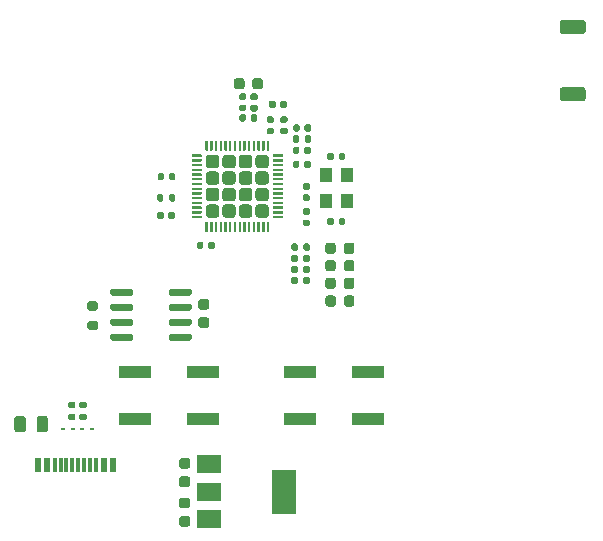
<source format=gbr>
%TF.GenerationSoftware,KiCad,Pcbnew,5.1.12-5.1.12*%
%TF.CreationDate,2022-01-03T06:20:25+08:00*%
%TF.ProjectId,esp32s2-openffb,65737033-3273-4322-9d6f-70656e666662,rev?*%
%TF.SameCoordinates,Original*%
%TF.FileFunction,Paste,Top*%
%TF.FilePolarity,Positive*%
%FSLAX46Y46*%
G04 Gerber Fmt 4.6, Leading zero omitted, Abs format (unit mm)*
G04 Created by KiCad (PCBNEW 5.1.12-5.1.12) date 2022-01-03 06:20:25*
%MOMM*%
%LPD*%
G01*
G04 APERTURE LIST*
%ADD10R,2.750000X1.000000*%
%ADD11R,0.300000X1.160000*%
%ADD12R,0.600000X1.160000*%
%ADD13R,1.000000X1.300000*%
%ADD14R,2.000000X1.500000*%
%ADD15R,2.000000X3.800000*%
%ADD16R,0.360000X0.250000*%
G04 APERTURE END LIST*
%TO.C,F1*%
G36*
G01*
X11778400Y9906950D02*
X11778400Y10819450D01*
G75*
G02*
X12022150Y11063200I243750J0D01*
G01*
X12509650Y11063200D01*
G75*
G02*
X12753400Y10819450I0J-243750D01*
G01*
X12753400Y9906950D01*
G75*
G02*
X12509650Y9663200I-243750J0D01*
G01*
X12022150Y9663200D01*
G75*
G02*
X11778400Y9906950I0J243750D01*
G01*
G37*
G36*
G01*
X9903400Y9906950D02*
X9903400Y10819450D01*
G75*
G02*
X10147150Y11063200I243750J0D01*
G01*
X10634650Y11063200D01*
G75*
G02*
X10878400Y10819450I0J-243750D01*
G01*
X10878400Y9906950D01*
G75*
G02*
X10634650Y9663200I-243750J0D01*
G01*
X10147150Y9663200D01*
G75*
G02*
X9903400Y9906950I0J243750D01*
G01*
G37*
%TD*%
D10*
%TO.C,SW2*%
X39877640Y10791440D03*
X34117640Y10791440D03*
X34117640Y14791440D03*
X39877640Y14791440D03*
%TD*%
%TO.C,SW1*%
X25880000Y10791440D03*
X20120000Y10791440D03*
X20120000Y14791440D03*
X25880000Y14791440D03*
%TD*%
%TO.C,R9*%
G36*
G01*
X33886600Y22714800D02*
X33886600Y22344800D01*
G75*
G02*
X33751600Y22209800I-135000J0D01*
G01*
X33481600Y22209800D01*
G75*
G02*
X33346600Y22344800I0J135000D01*
G01*
X33346600Y22714800D01*
G75*
G02*
X33481600Y22849800I135000J0D01*
G01*
X33751600Y22849800D01*
G75*
G02*
X33886600Y22714800I0J-135000D01*
G01*
G37*
G36*
G01*
X34906600Y22714800D02*
X34906600Y22344800D01*
G75*
G02*
X34771600Y22209800I-135000J0D01*
G01*
X34501600Y22209800D01*
G75*
G02*
X34366600Y22344800I0J135000D01*
G01*
X34366600Y22714800D01*
G75*
G02*
X34501600Y22849800I135000J0D01*
G01*
X34771600Y22849800D01*
G75*
G02*
X34906600Y22714800I0J-135000D01*
G01*
G37*
%TD*%
%TO.C,R8*%
G36*
G01*
X33897600Y23654600D02*
X33897600Y23284600D01*
G75*
G02*
X33762600Y23149600I-135000J0D01*
G01*
X33492600Y23149600D01*
G75*
G02*
X33357600Y23284600I0J135000D01*
G01*
X33357600Y23654600D01*
G75*
G02*
X33492600Y23789600I135000J0D01*
G01*
X33762600Y23789600D01*
G75*
G02*
X33897600Y23654600I0J-135000D01*
G01*
G37*
G36*
G01*
X34917600Y23654600D02*
X34917600Y23284600D01*
G75*
G02*
X34782600Y23149600I-135000J0D01*
G01*
X34512600Y23149600D01*
G75*
G02*
X34377600Y23284600I0J135000D01*
G01*
X34377600Y23654600D01*
G75*
G02*
X34512600Y23789600I135000J0D01*
G01*
X34782600Y23789600D01*
G75*
G02*
X34917600Y23654600I0J-135000D01*
G01*
G37*
%TD*%
%TO.C,R7*%
G36*
G01*
X33897600Y24594400D02*
X33897600Y24224400D01*
G75*
G02*
X33762600Y24089400I-135000J0D01*
G01*
X33492600Y24089400D01*
G75*
G02*
X33357600Y24224400I0J135000D01*
G01*
X33357600Y24594400D01*
G75*
G02*
X33492600Y24729400I135000J0D01*
G01*
X33762600Y24729400D01*
G75*
G02*
X33897600Y24594400I0J-135000D01*
G01*
G37*
G36*
G01*
X34917600Y24594400D02*
X34917600Y24224400D01*
G75*
G02*
X34782600Y24089400I-135000J0D01*
G01*
X34512600Y24089400D01*
G75*
G02*
X34377600Y24224400I0J135000D01*
G01*
X34377600Y24594400D01*
G75*
G02*
X34512600Y24729400I135000J0D01*
G01*
X34782600Y24729400D01*
G75*
G02*
X34917600Y24594400I0J-135000D01*
G01*
G37*
%TD*%
%TO.C,R6*%
G36*
G01*
X33897600Y25534200D02*
X33897600Y25164200D01*
G75*
G02*
X33762600Y25029200I-135000J0D01*
G01*
X33492600Y25029200D01*
G75*
G02*
X33357600Y25164200I0J135000D01*
G01*
X33357600Y25534200D01*
G75*
G02*
X33492600Y25669200I135000J0D01*
G01*
X33762600Y25669200D01*
G75*
G02*
X33897600Y25534200I0J-135000D01*
G01*
G37*
G36*
G01*
X34917600Y25534200D02*
X34917600Y25164200D01*
G75*
G02*
X34782600Y25029200I-135000J0D01*
G01*
X34512600Y25029200D01*
G75*
G02*
X34377600Y25164200I0J135000D01*
G01*
X34377600Y25534200D01*
G75*
G02*
X34512600Y25669200I135000J0D01*
G01*
X34782600Y25669200D01*
G75*
G02*
X34917600Y25534200I0J-135000D01*
G01*
G37*
%TD*%
%TO.C,C15*%
G36*
G01*
X29065400Y37417400D02*
X29405400Y37417400D01*
G75*
G02*
X29545400Y37277400I0J-140000D01*
G01*
X29545400Y36997400D01*
G75*
G02*
X29405400Y36857400I-140000J0D01*
G01*
X29065400Y36857400D01*
G75*
G02*
X28925400Y36997400I0J140000D01*
G01*
X28925400Y37277400D01*
G75*
G02*
X29065400Y37417400I140000J0D01*
G01*
G37*
G36*
G01*
X29065400Y38377400D02*
X29405400Y38377400D01*
G75*
G02*
X29545400Y38237400I0J-140000D01*
G01*
X29545400Y37957400D01*
G75*
G02*
X29405400Y37817400I-140000J0D01*
G01*
X29065400Y37817400D01*
G75*
G02*
X28925400Y37957400I0J140000D01*
G01*
X28925400Y38237400D01*
G75*
G02*
X29065400Y38377400I140000J0D01*
G01*
G37*
%TD*%
%TO.C,R3*%
G36*
G01*
X16260400Y20757600D02*
X16810400Y20757600D01*
G75*
G02*
X17010400Y20557600I0J-200000D01*
G01*
X17010400Y20157600D01*
G75*
G02*
X16810400Y19957600I-200000J0D01*
G01*
X16260400Y19957600D01*
G75*
G02*
X16060400Y20157600I0J200000D01*
G01*
X16060400Y20557600D01*
G75*
G02*
X16260400Y20757600I200000J0D01*
G01*
G37*
G36*
G01*
X16260400Y19107600D02*
X16810400Y19107600D01*
G75*
G02*
X17010400Y18907600I0J-200000D01*
G01*
X17010400Y18507600D01*
G75*
G02*
X16810400Y18307600I-200000J0D01*
G01*
X16260400Y18307600D01*
G75*
G02*
X16060400Y18507600I0J200000D01*
G01*
X16060400Y18907600D01*
G75*
G02*
X16260400Y19107600I200000J0D01*
G01*
G37*
%TD*%
D11*
%TO.C,J1*%
X14314800Y6878800D03*
X14814800Y6878800D03*
X15314800Y6878800D03*
X13314800Y6878800D03*
X13814800Y6878800D03*
X16314800Y6878800D03*
X15814800Y6878800D03*
X16814800Y6878800D03*
D12*
X12664800Y6878800D03*
X12664800Y6878800D03*
X11864800Y6878800D03*
X11864800Y6878800D03*
X17464800Y6878800D03*
X18264800Y6878800D03*
X17464800Y6878800D03*
X18264800Y6878800D03*
%TD*%
%TO.C,L2*%
G36*
G01*
X30028100Y37402000D02*
X30373100Y37402000D01*
G75*
G02*
X30520600Y37254500I0J-147500D01*
G01*
X30520600Y36959500D01*
G75*
G02*
X30373100Y36812000I-147500J0D01*
G01*
X30028100Y36812000D01*
G75*
G02*
X29880600Y36959500I0J147500D01*
G01*
X29880600Y37254500D01*
G75*
G02*
X30028100Y37402000I147500J0D01*
G01*
G37*
G36*
G01*
X30028100Y38372000D02*
X30373100Y38372000D01*
G75*
G02*
X30520600Y38224500I0J-147500D01*
G01*
X30520600Y37929500D01*
G75*
G02*
X30373100Y37782000I-147500J0D01*
G01*
X30028100Y37782000D01*
G75*
G02*
X29880600Y37929500I0J147500D01*
G01*
X29880600Y38224500D01*
G75*
G02*
X30028100Y38372000I147500J0D01*
G01*
G37*
%TD*%
%TO.C,U3*%
G36*
G01*
X24918999Y17883001D02*
X24918999Y17583001D01*
G75*
G02*
X24768999Y17433001I-150000J0D01*
G01*
X23118999Y17433001D01*
G75*
G02*
X22968999Y17583001I0J150000D01*
G01*
X22968999Y17883001D01*
G75*
G02*
X23118999Y18033001I150000J0D01*
G01*
X24768999Y18033001D01*
G75*
G02*
X24918999Y17883001I0J-150000D01*
G01*
G37*
G36*
G01*
X24918999Y19153001D02*
X24918999Y18853001D01*
G75*
G02*
X24768999Y18703001I-150000J0D01*
G01*
X23118999Y18703001D01*
G75*
G02*
X22968999Y18853001I0J150000D01*
G01*
X22968999Y19153001D01*
G75*
G02*
X23118999Y19303001I150000J0D01*
G01*
X24768999Y19303001D01*
G75*
G02*
X24918999Y19153001I0J-150000D01*
G01*
G37*
G36*
G01*
X24918999Y20423001D02*
X24918999Y20123001D01*
G75*
G02*
X24768999Y19973001I-150000J0D01*
G01*
X23118999Y19973001D01*
G75*
G02*
X22968999Y20123001I0J150000D01*
G01*
X22968999Y20423001D01*
G75*
G02*
X23118999Y20573001I150000J0D01*
G01*
X24768999Y20573001D01*
G75*
G02*
X24918999Y20423001I0J-150000D01*
G01*
G37*
G36*
G01*
X24918999Y21693001D02*
X24918999Y21393001D01*
G75*
G02*
X24768999Y21243001I-150000J0D01*
G01*
X23118999Y21243001D01*
G75*
G02*
X22968999Y21393001I0J150000D01*
G01*
X22968999Y21693001D01*
G75*
G02*
X23118999Y21843001I150000J0D01*
G01*
X24768999Y21843001D01*
G75*
G02*
X24918999Y21693001I0J-150000D01*
G01*
G37*
G36*
G01*
X19968999Y21693001D02*
X19968999Y21393001D01*
G75*
G02*
X19818999Y21243001I-150000J0D01*
G01*
X18168999Y21243001D01*
G75*
G02*
X18018999Y21393001I0J150000D01*
G01*
X18018999Y21693001D01*
G75*
G02*
X18168999Y21843001I150000J0D01*
G01*
X19818999Y21843001D01*
G75*
G02*
X19968999Y21693001I0J-150000D01*
G01*
G37*
G36*
G01*
X19968999Y20423001D02*
X19968999Y20123001D01*
G75*
G02*
X19818999Y19973001I-150000J0D01*
G01*
X18168999Y19973001D01*
G75*
G02*
X18018999Y20123001I0J150000D01*
G01*
X18018999Y20423001D01*
G75*
G02*
X18168999Y20573001I150000J0D01*
G01*
X19818999Y20573001D01*
G75*
G02*
X19968999Y20423001I0J-150000D01*
G01*
G37*
G36*
G01*
X19968999Y19153001D02*
X19968999Y18853001D01*
G75*
G02*
X19818999Y18703001I-150000J0D01*
G01*
X18168999Y18703001D01*
G75*
G02*
X18018999Y18853001I0J150000D01*
G01*
X18018999Y19153001D01*
G75*
G02*
X18168999Y19303001I150000J0D01*
G01*
X19818999Y19303001D01*
G75*
G02*
X19968999Y19153001I0J-150000D01*
G01*
G37*
G36*
G01*
X19968999Y17883001D02*
X19968999Y17583001D01*
G75*
G02*
X19818999Y17433001I-150000J0D01*
G01*
X18168999Y17433001D01*
G75*
G02*
X18018999Y17583001I0J150000D01*
G01*
X18018999Y17883001D01*
G75*
G02*
X18168999Y18033001I150000J0D01*
G01*
X19818999Y18033001D01*
G75*
G02*
X19968999Y17883001I0J-150000D01*
G01*
G37*
%TD*%
%TO.C,C18*%
G36*
G01*
X26183400Y18507400D02*
X25683400Y18507400D01*
G75*
G02*
X25458400Y18732400I0J225000D01*
G01*
X25458400Y19182400D01*
G75*
G02*
X25683400Y19407400I225000J0D01*
G01*
X26183400Y19407400D01*
G75*
G02*
X26408400Y19182400I0J-225000D01*
G01*
X26408400Y18732400D01*
G75*
G02*
X26183400Y18507400I-225000J0D01*
G01*
G37*
G36*
G01*
X26183400Y20057400D02*
X25683400Y20057400D01*
G75*
G02*
X25458400Y20282400I0J225000D01*
G01*
X25458400Y20732400D01*
G75*
G02*
X25683400Y20957400I225000J0D01*
G01*
X26183400Y20957400D01*
G75*
G02*
X26408400Y20732400I0J-225000D01*
G01*
X26408400Y20282400D01*
G75*
G02*
X26183400Y20057400I-225000J0D01*
G01*
G37*
%TD*%
%TO.C,C17*%
G36*
G01*
X36963000Y27702600D02*
X36963000Y27362600D01*
G75*
G02*
X36823000Y27222600I-140000J0D01*
G01*
X36543000Y27222600D01*
G75*
G02*
X36403000Y27362600I0J140000D01*
G01*
X36403000Y27702600D01*
G75*
G02*
X36543000Y27842600I140000J0D01*
G01*
X36823000Y27842600D01*
G75*
G02*
X36963000Y27702600I0J-140000D01*
G01*
G37*
G36*
G01*
X37923000Y27702600D02*
X37923000Y27362600D01*
G75*
G02*
X37783000Y27222600I-140000J0D01*
G01*
X37503000Y27222600D01*
G75*
G02*
X37363000Y27362600I0J140000D01*
G01*
X37363000Y27702600D01*
G75*
G02*
X37503000Y27842600I140000J0D01*
G01*
X37783000Y27842600D01*
G75*
G02*
X37923000Y27702600I0J-140000D01*
G01*
G37*
%TD*%
%TO.C,C16*%
G36*
G01*
X37363000Y32858600D02*
X37363000Y33198600D01*
G75*
G02*
X37503000Y33338600I140000J0D01*
G01*
X37783000Y33338600D01*
G75*
G02*
X37923000Y33198600I0J-140000D01*
G01*
X37923000Y32858600D01*
G75*
G02*
X37783000Y32718600I-140000J0D01*
G01*
X37503000Y32718600D01*
G75*
G02*
X37363000Y32858600I0J140000D01*
G01*
G37*
G36*
G01*
X36403000Y32858600D02*
X36403000Y33198600D01*
G75*
G02*
X36543000Y33338600I140000J0D01*
G01*
X36823000Y33338600D01*
G75*
G02*
X36963000Y33198600I0J-140000D01*
G01*
X36963000Y32858600D01*
G75*
G02*
X36823000Y32718600I-140000J0D01*
G01*
X36543000Y32718600D01*
G75*
G02*
X36403000Y32858600I0J140000D01*
G01*
G37*
%TD*%
%TO.C,D12*%
G36*
G01*
X37115000Y25503850D02*
X37115000Y24991350D01*
G75*
G02*
X36896250Y24772600I-218750J0D01*
G01*
X36458750Y24772600D01*
G75*
G02*
X36240000Y24991350I0J218750D01*
G01*
X36240000Y25503850D01*
G75*
G02*
X36458750Y25722600I218750J0D01*
G01*
X36896250Y25722600D01*
G75*
G02*
X37115000Y25503850I0J-218750D01*
G01*
G37*
G36*
G01*
X38690000Y25503850D02*
X38690000Y24991350D01*
G75*
G02*
X38471250Y24772600I-218750J0D01*
G01*
X38033750Y24772600D01*
G75*
G02*
X37815000Y24991350I0J218750D01*
G01*
X37815000Y25503850D01*
G75*
G02*
X38033750Y25722600I218750J0D01*
G01*
X38471250Y25722600D01*
G75*
G02*
X38690000Y25503850I0J-218750D01*
G01*
G37*
%TD*%
%TO.C,D11*%
G36*
G01*
X37115000Y21040650D02*
X37115000Y20528150D01*
G75*
G02*
X36896250Y20309400I-218750J0D01*
G01*
X36458750Y20309400D01*
G75*
G02*
X36240000Y20528150I0J218750D01*
G01*
X36240000Y21040650D01*
G75*
G02*
X36458750Y21259400I218750J0D01*
G01*
X36896250Y21259400D01*
G75*
G02*
X37115000Y21040650I0J-218750D01*
G01*
G37*
G36*
G01*
X38690000Y21040650D02*
X38690000Y20528150D01*
G75*
G02*
X38471250Y20309400I-218750J0D01*
G01*
X38033750Y20309400D01*
G75*
G02*
X37815000Y20528150I0J218750D01*
G01*
X37815000Y21040650D01*
G75*
G02*
X38033750Y21259400I218750J0D01*
G01*
X38471250Y21259400D01*
G75*
G02*
X38690000Y21040650I0J-218750D01*
G01*
G37*
%TD*%
%TO.C,D10*%
G36*
G01*
X37115000Y22540650D02*
X37115000Y22028150D01*
G75*
G02*
X36896250Y21809400I-218750J0D01*
G01*
X36458750Y21809400D01*
G75*
G02*
X36240000Y22028150I0J218750D01*
G01*
X36240000Y22540650D01*
G75*
G02*
X36458750Y22759400I218750J0D01*
G01*
X36896250Y22759400D01*
G75*
G02*
X37115000Y22540650I0J-218750D01*
G01*
G37*
G36*
G01*
X38690000Y22540650D02*
X38690000Y22028150D01*
G75*
G02*
X38471250Y21809400I-218750J0D01*
G01*
X38033750Y21809400D01*
G75*
G02*
X37815000Y22028150I0J218750D01*
G01*
X37815000Y22540650D01*
G75*
G02*
X38033750Y22759400I218750J0D01*
G01*
X38471250Y22759400D01*
G75*
G02*
X38690000Y22540650I0J-218750D01*
G01*
G37*
%TD*%
%TO.C,D9*%
G36*
G01*
X37115000Y24040650D02*
X37115000Y23528150D01*
G75*
G02*
X36896250Y23309400I-218750J0D01*
G01*
X36458750Y23309400D01*
G75*
G02*
X36240000Y23528150I0J218750D01*
G01*
X36240000Y24040650D01*
G75*
G02*
X36458750Y24259400I218750J0D01*
G01*
X36896250Y24259400D01*
G75*
G02*
X37115000Y24040650I0J-218750D01*
G01*
G37*
G36*
G01*
X38690000Y24040650D02*
X38690000Y23528150D01*
G75*
G02*
X38471250Y23309400I-218750J0D01*
G01*
X38033750Y23309400D01*
G75*
G02*
X37815000Y23528150I0J218750D01*
G01*
X37815000Y24040650D01*
G75*
G02*
X38033750Y24259400I218750J0D01*
G01*
X38471250Y24259400D01*
G75*
G02*
X38690000Y24040650I0J-218750D01*
G01*
G37*
%TD*%
%TO.C,AE1*%
G36*
G01*
X56325399Y38898000D02*
X58025401Y38898000D01*
G75*
G02*
X58275400Y38648001I0J-249999D01*
G01*
X58275400Y37947999D01*
G75*
G02*
X58025401Y37698000I-249999J0D01*
G01*
X56325399Y37698000D01*
G75*
G02*
X56075400Y37947999I0J249999D01*
G01*
X56075400Y38648001D01*
G75*
G02*
X56325399Y38898000I249999J0D01*
G01*
G37*
G36*
G01*
X56325399Y44598000D02*
X58025401Y44598000D01*
G75*
G02*
X58275400Y44348001I0J-249999D01*
G01*
X58275400Y43647999D01*
G75*
G02*
X58025401Y43398000I-249999J0D01*
G01*
X56325399Y43398000D01*
G75*
G02*
X56075400Y43647999I0J249999D01*
G01*
X56075400Y44348001D01*
G75*
G02*
X56325399Y44598000I249999J0D01*
G01*
G37*
%TD*%
D13*
%TO.C,Y1*%
X36263000Y29274600D03*
X36263000Y31474600D03*
X38063000Y31474600D03*
X38063000Y29274600D03*
%TD*%
%TO.C,U2*%
G36*
G01*
X31331000Y34374599D02*
X31431000Y34374599D01*
G75*
G02*
X31481000Y34324599I0J-50000D01*
G01*
X31481000Y33549599D01*
G75*
G02*
X31431000Y33499599I-50000J0D01*
G01*
X31331000Y33499599D01*
G75*
G02*
X31281000Y33549599I0J50000D01*
G01*
X31281000Y34324599D01*
G75*
G02*
X31331000Y34374599I50000J0D01*
G01*
G37*
G36*
G01*
X30931000Y34374599D02*
X31031000Y34374599D01*
G75*
G02*
X31081000Y34324599I0J-50000D01*
G01*
X31081000Y33549599D01*
G75*
G02*
X31031000Y33499599I-50000J0D01*
G01*
X30931000Y33499599D01*
G75*
G02*
X30881000Y33549599I0J50000D01*
G01*
X30881000Y34324599D01*
G75*
G02*
X30931000Y34374599I50000J0D01*
G01*
G37*
G36*
G01*
X30531000Y34374599D02*
X30631000Y34374599D01*
G75*
G02*
X30681000Y34324599I0J-50000D01*
G01*
X30681000Y33549599D01*
G75*
G02*
X30631000Y33499599I-50000J0D01*
G01*
X30531000Y33499599D01*
G75*
G02*
X30481000Y33549599I0J50000D01*
G01*
X30481000Y34324599D01*
G75*
G02*
X30531000Y34374599I50000J0D01*
G01*
G37*
G36*
G01*
X30131000Y34374599D02*
X30231000Y34374599D01*
G75*
G02*
X30281000Y34324599I0J-50000D01*
G01*
X30281000Y33549599D01*
G75*
G02*
X30231000Y33499599I-50000J0D01*
G01*
X30131000Y33499599D01*
G75*
G02*
X30081000Y33549599I0J50000D01*
G01*
X30081000Y34324599D01*
G75*
G02*
X30131000Y34374599I50000J0D01*
G01*
G37*
G36*
G01*
X29731000Y34374599D02*
X29831000Y34374599D01*
G75*
G02*
X29881000Y34324599I0J-50000D01*
G01*
X29881000Y33549599D01*
G75*
G02*
X29831000Y33499599I-50000J0D01*
G01*
X29731000Y33499599D01*
G75*
G02*
X29681000Y33549599I0J50000D01*
G01*
X29681000Y34324599D01*
G75*
G02*
X29731000Y34374599I50000J0D01*
G01*
G37*
G36*
G01*
X29331000Y34374599D02*
X29431000Y34374599D01*
G75*
G02*
X29481000Y34324599I0J-50000D01*
G01*
X29481000Y33549599D01*
G75*
G02*
X29431000Y33499599I-50000J0D01*
G01*
X29331000Y33499599D01*
G75*
G02*
X29281000Y33549599I0J50000D01*
G01*
X29281000Y34324599D01*
G75*
G02*
X29331000Y34374599I50000J0D01*
G01*
G37*
G36*
G01*
X28931000Y34374599D02*
X29031000Y34374599D01*
G75*
G02*
X29081000Y34324599I0J-50000D01*
G01*
X29081000Y33549599D01*
G75*
G02*
X29031000Y33499599I-50000J0D01*
G01*
X28931000Y33499599D01*
G75*
G02*
X28881000Y33549599I0J50000D01*
G01*
X28881000Y34324599D01*
G75*
G02*
X28931000Y34374599I50000J0D01*
G01*
G37*
G36*
G01*
X28531000Y34374599D02*
X28631000Y34374599D01*
G75*
G02*
X28681000Y34324599I0J-50000D01*
G01*
X28681000Y33549599D01*
G75*
G02*
X28631000Y33499599I-50000J0D01*
G01*
X28531000Y33499599D01*
G75*
G02*
X28481000Y33549599I0J50000D01*
G01*
X28481000Y34324599D01*
G75*
G02*
X28531000Y34374599I50000J0D01*
G01*
G37*
G36*
G01*
X28131000Y34374599D02*
X28231000Y34374599D01*
G75*
G02*
X28281000Y34324599I0J-50000D01*
G01*
X28281000Y33549599D01*
G75*
G02*
X28231000Y33499599I-50000J0D01*
G01*
X28131000Y33499599D01*
G75*
G02*
X28081000Y33549599I0J50000D01*
G01*
X28081000Y34324599D01*
G75*
G02*
X28131000Y34374599I50000J0D01*
G01*
G37*
G36*
G01*
X27731000Y34374599D02*
X27831000Y34374599D01*
G75*
G02*
X27881000Y34324599I0J-50000D01*
G01*
X27881000Y33549599D01*
G75*
G02*
X27831000Y33499599I-50000J0D01*
G01*
X27731000Y33499599D01*
G75*
G02*
X27681000Y33549599I0J50000D01*
G01*
X27681000Y34324599D01*
G75*
G02*
X27731000Y34374599I50000J0D01*
G01*
G37*
G36*
G01*
X27331000Y34374599D02*
X27431000Y34374599D01*
G75*
G02*
X27481000Y34324599I0J-50000D01*
G01*
X27481000Y33549599D01*
G75*
G02*
X27431000Y33499599I-50000J0D01*
G01*
X27331000Y33499599D01*
G75*
G02*
X27281000Y33549599I0J50000D01*
G01*
X27281000Y34324599D01*
G75*
G02*
X27331000Y34374599I50000J0D01*
G01*
G37*
G36*
G01*
X26931000Y34374599D02*
X27031000Y34374599D01*
G75*
G02*
X27081000Y34324599I0J-50000D01*
G01*
X27081000Y33549599D01*
G75*
G02*
X27031000Y33499599I-50000J0D01*
G01*
X26931000Y33499599D01*
G75*
G02*
X26881000Y33549599I0J50000D01*
G01*
X26881000Y34324599D01*
G75*
G02*
X26931000Y34374599I50000J0D01*
G01*
G37*
G36*
G01*
X26531000Y34374599D02*
X26631000Y34374599D01*
G75*
G02*
X26681000Y34324599I0J-50000D01*
G01*
X26681000Y33549599D01*
G75*
G02*
X26631000Y33499599I-50000J0D01*
G01*
X26531000Y33499599D01*
G75*
G02*
X26481000Y33549599I0J50000D01*
G01*
X26481000Y34324599D01*
G75*
G02*
X26531000Y34374599I50000J0D01*
G01*
G37*
G36*
G01*
X26131000Y34374599D02*
X26231000Y34374599D01*
G75*
G02*
X26281000Y34324599I0J-50000D01*
G01*
X26281000Y33549599D01*
G75*
G02*
X26231000Y33499599I-50000J0D01*
G01*
X26131000Y33499599D01*
G75*
G02*
X26081000Y33549599I0J50000D01*
G01*
X26081000Y34324599D01*
G75*
G02*
X26131000Y34374599I50000J0D01*
G01*
G37*
G36*
G01*
X24956000Y33199599D02*
X25731000Y33199599D01*
G75*
G02*
X25781000Y33149599I0J-50000D01*
G01*
X25781000Y33049599D01*
G75*
G02*
X25731000Y32999599I-50000J0D01*
G01*
X24956000Y32999599D01*
G75*
G02*
X24906000Y33049599I0J50000D01*
G01*
X24906000Y33149599D01*
G75*
G02*
X24956000Y33199599I50000J0D01*
G01*
G37*
G36*
G01*
X24956000Y32799599D02*
X25731000Y32799599D01*
G75*
G02*
X25781000Y32749599I0J-50000D01*
G01*
X25781000Y32649599D01*
G75*
G02*
X25731000Y32599599I-50000J0D01*
G01*
X24956000Y32599599D01*
G75*
G02*
X24906000Y32649599I0J50000D01*
G01*
X24906000Y32749599D01*
G75*
G02*
X24956000Y32799599I50000J0D01*
G01*
G37*
G36*
G01*
X24956000Y32399599D02*
X25731000Y32399599D01*
G75*
G02*
X25781000Y32349599I0J-50000D01*
G01*
X25781000Y32249599D01*
G75*
G02*
X25731000Y32199599I-50000J0D01*
G01*
X24956000Y32199599D01*
G75*
G02*
X24906000Y32249599I0J50000D01*
G01*
X24906000Y32349599D01*
G75*
G02*
X24956000Y32399599I50000J0D01*
G01*
G37*
G36*
G01*
X24956000Y31999599D02*
X25731000Y31999599D01*
G75*
G02*
X25781000Y31949599I0J-50000D01*
G01*
X25781000Y31849599D01*
G75*
G02*
X25731000Y31799599I-50000J0D01*
G01*
X24956000Y31799599D01*
G75*
G02*
X24906000Y31849599I0J50000D01*
G01*
X24906000Y31949599D01*
G75*
G02*
X24956000Y31999599I50000J0D01*
G01*
G37*
G36*
G01*
X24956000Y31599599D02*
X25731000Y31599599D01*
G75*
G02*
X25781000Y31549599I0J-50000D01*
G01*
X25781000Y31449599D01*
G75*
G02*
X25731000Y31399599I-50000J0D01*
G01*
X24956000Y31399599D01*
G75*
G02*
X24906000Y31449599I0J50000D01*
G01*
X24906000Y31549599D01*
G75*
G02*
X24956000Y31599599I50000J0D01*
G01*
G37*
G36*
G01*
X24956000Y31199599D02*
X25731000Y31199599D01*
G75*
G02*
X25781000Y31149599I0J-50000D01*
G01*
X25781000Y31049599D01*
G75*
G02*
X25731000Y30999599I-50000J0D01*
G01*
X24956000Y30999599D01*
G75*
G02*
X24906000Y31049599I0J50000D01*
G01*
X24906000Y31149599D01*
G75*
G02*
X24956000Y31199599I50000J0D01*
G01*
G37*
G36*
G01*
X24956000Y30799599D02*
X25731000Y30799599D01*
G75*
G02*
X25781000Y30749599I0J-50000D01*
G01*
X25781000Y30649599D01*
G75*
G02*
X25731000Y30599599I-50000J0D01*
G01*
X24956000Y30599599D01*
G75*
G02*
X24906000Y30649599I0J50000D01*
G01*
X24906000Y30749599D01*
G75*
G02*
X24956000Y30799599I50000J0D01*
G01*
G37*
G36*
G01*
X24956000Y30399599D02*
X25731000Y30399599D01*
G75*
G02*
X25781000Y30349599I0J-50000D01*
G01*
X25781000Y30249599D01*
G75*
G02*
X25731000Y30199599I-50000J0D01*
G01*
X24956000Y30199599D01*
G75*
G02*
X24906000Y30249599I0J50000D01*
G01*
X24906000Y30349599D01*
G75*
G02*
X24956000Y30399599I50000J0D01*
G01*
G37*
G36*
G01*
X24956000Y29999599D02*
X25731000Y29999599D01*
G75*
G02*
X25781000Y29949599I0J-50000D01*
G01*
X25781000Y29849599D01*
G75*
G02*
X25731000Y29799599I-50000J0D01*
G01*
X24956000Y29799599D01*
G75*
G02*
X24906000Y29849599I0J50000D01*
G01*
X24906000Y29949599D01*
G75*
G02*
X24956000Y29999599I50000J0D01*
G01*
G37*
G36*
G01*
X24956000Y29599599D02*
X25731000Y29599599D01*
G75*
G02*
X25781000Y29549599I0J-50000D01*
G01*
X25781000Y29449599D01*
G75*
G02*
X25731000Y29399599I-50000J0D01*
G01*
X24956000Y29399599D01*
G75*
G02*
X24906000Y29449599I0J50000D01*
G01*
X24906000Y29549599D01*
G75*
G02*
X24956000Y29599599I50000J0D01*
G01*
G37*
G36*
G01*
X24956000Y29199599D02*
X25731000Y29199599D01*
G75*
G02*
X25781000Y29149599I0J-50000D01*
G01*
X25781000Y29049599D01*
G75*
G02*
X25731000Y28999599I-50000J0D01*
G01*
X24956000Y28999599D01*
G75*
G02*
X24906000Y29049599I0J50000D01*
G01*
X24906000Y29149599D01*
G75*
G02*
X24956000Y29199599I50000J0D01*
G01*
G37*
G36*
G01*
X24956000Y28799599D02*
X25731000Y28799599D01*
G75*
G02*
X25781000Y28749599I0J-50000D01*
G01*
X25781000Y28649599D01*
G75*
G02*
X25731000Y28599599I-50000J0D01*
G01*
X24956000Y28599599D01*
G75*
G02*
X24906000Y28649599I0J50000D01*
G01*
X24906000Y28749599D01*
G75*
G02*
X24956000Y28799599I50000J0D01*
G01*
G37*
G36*
G01*
X24956000Y28399599D02*
X25731000Y28399599D01*
G75*
G02*
X25781000Y28349599I0J-50000D01*
G01*
X25781000Y28249599D01*
G75*
G02*
X25731000Y28199599I-50000J0D01*
G01*
X24956000Y28199599D01*
G75*
G02*
X24906000Y28249599I0J50000D01*
G01*
X24906000Y28349599D01*
G75*
G02*
X24956000Y28399599I50000J0D01*
G01*
G37*
G36*
G01*
X24956000Y27999599D02*
X25731000Y27999599D01*
G75*
G02*
X25781000Y27949599I0J-50000D01*
G01*
X25781000Y27849599D01*
G75*
G02*
X25731000Y27799599I-50000J0D01*
G01*
X24956000Y27799599D01*
G75*
G02*
X24906000Y27849599I0J50000D01*
G01*
X24906000Y27949599D01*
G75*
G02*
X24956000Y27999599I50000J0D01*
G01*
G37*
G36*
G01*
X26131000Y27499599D02*
X26231000Y27499599D01*
G75*
G02*
X26281000Y27449599I0J-50000D01*
G01*
X26281000Y26674599D01*
G75*
G02*
X26231000Y26624599I-50000J0D01*
G01*
X26131000Y26624599D01*
G75*
G02*
X26081000Y26674599I0J50000D01*
G01*
X26081000Y27449599D01*
G75*
G02*
X26131000Y27499599I50000J0D01*
G01*
G37*
G36*
G01*
X26531000Y27499599D02*
X26631000Y27499599D01*
G75*
G02*
X26681000Y27449599I0J-50000D01*
G01*
X26681000Y26674599D01*
G75*
G02*
X26631000Y26624599I-50000J0D01*
G01*
X26531000Y26624599D01*
G75*
G02*
X26481000Y26674599I0J50000D01*
G01*
X26481000Y27449599D01*
G75*
G02*
X26531000Y27499599I50000J0D01*
G01*
G37*
G36*
G01*
X26931000Y27499599D02*
X27031000Y27499599D01*
G75*
G02*
X27081000Y27449599I0J-50000D01*
G01*
X27081000Y26674599D01*
G75*
G02*
X27031000Y26624599I-50000J0D01*
G01*
X26931000Y26624599D01*
G75*
G02*
X26881000Y26674599I0J50000D01*
G01*
X26881000Y27449599D01*
G75*
G02*
X26931000Y27499599I50000J0D01*
G01*
G37*
G36*
G01*
X27331000Y27499599D02*
X27431000Y27499599D01*
G75*
G02*
X27481000Y27449599I0J-50000D01*
G01*
X27481000Y26674599D01*
G75*
G02*
X27431000Y26624599I-50000J0D01*
G01*
X27331000Y26624599D01*
G75*
G02*
X27281000Y26674599I0J50000D01*
G01*
X27281000Y27449599D01*
G75*
G02*
X27331000Y27499599I50000J0D01*
G01*
G37*
G36*
G01*
X27731000Y27499599D02*
X27831000Y27499599D01*
G75*
G02*
X27881000Y27449599I0J-50000D01*
G01*
X27881000Y26674599D01*
G75*
G02*
X27831000Y26624599I-50000J0D01*
G01*
X27731000Y26624599D01*
G75*
G02*
X27681000Y26674599I0J50000D01*
G01*
X27681000Y27449599D01*
G75*
G02*
X27731000Y27499599I50000J0D01*
G01*
G37*
G36*
G01*
X28131000Y27499599D02*
X28231000Y27499599D01*
G75*
G02*
X28281000Y27449599I0J-50000D01*
G01*
X28281000Y26674599D01*
G75*
G02*
X28231000Y26624599I-50000J0D01*
G01*
X28131000Y26624599D01*
G75*
G02*
X28081000Y26674599I0J50000D01*
G01*
X28081000Y27449599D01*
G75*
G02*
X28131000Y27499599I50000J0D01*
G01*
G37*
G36*
G01*
X28531000Y27499599D02*
X28631000Y27499599D01*
G75*
G02*
X28681000Y27449599I0J-50000D01*
G01*
X28681000Y26674599D01*
G75*
G02*
X28631000Y26624599I-50000J0D01*
G01*
X28531000Y26624599D01*
G75*
G02*
X28481000Y26674599I0J50000D01*
G01*
X28481000Y27449599D01*
G75*
G02*
X28531000Y27499599I50000J0D01*
G01*
G37*
G36*
G01*
X28931000Y27499599D02*
X29031000Y27499599D01*
G75*
G02*
X29081000Y27449599I0J-50000D01*
G01*
X29081000Y26674599D01*
G75*
G02*
X29031000Y26624599I-50000J0D01*
G01*
X28931000Y26624599D01*
G75*
G02*
X28881000Y26674599I0J50000D01*
G01*
X28881000Y27449599D01*
G75*
G02*
X28931000Y27499599I50000J0D01*
G01*
G37*
G36*
G01*
X29331000Y27499599D02*
X29431000Y27499599D01*
G75*
G02*
X29481000Y27449599I0J-50000D01*
G01*
X29481000Y26674599D01*
G75*
G02*
X29431000Y26624599I-50000J0D01*
G01*
X29331000Y26624599D01*
G75*
G02*
X29281000Y26674599I0J50000D01*
G01*
X29281000Y27449599D01*
G75*
G02*
X29331000Y27499599I50000J0D01*
G01*
G37*
G36*
G01*
X29731000Y27499599D02*
X29831000Y27499599D01*
G75*
G02*
X29881000Y27449599I0J-50000D01*
G01*
X29881000Y26674599D01*
G75*
G02*
X29831000Y26624599I-50000J0D01*
G01*
X29731000Y26624599D01*
G75*
G02*
X29681000Y26674599I0J50000D01*
G01*
X29681000Y27449599D01*
G75*
G02*
X29731000Y27499599I50000J0D01*
G01*
G37*
G36*
G01*
X30131000Y27499599D02*
X30231000Y27499599D01*
G75*
G02*
X30281000Y27449599I0J-50000D01*
G01*
X30281000Y26674599D01*
G75*
G02*
X30231000Y26624599I-50000J0D01*
G01*
X30131000Y26624599D01*
G75*
G02*
X30081000Y26674599I0J50000D01*
G01*
X30081000Y27449599D01*
G75*
G02*
X30131000Y27499599I50000J0D01*
G01*
G37*
G36*
G01*
X30531000Y27499599D02*
X30631000Y27499599D01*
G75*
G02*
X30681000Y27449599I0J-50000D01*
G01*
X30681000Y26674599D01*
G75*
G02*
X30631000Y26624599I-50000J0D01*
G01*
X30531000Y26624599D01*
G75*
G02*
X30481000Y26674599I0J50000D01*
G01*
X30481000Y27449599D01*
G75*
G02*
X30531000Y27499599I50000J0D01*
G01*
G37*
G36*
G01*
X30931000Y27499599D02*
X31031000Y27499599D01*
G75*
G02*
X31081000Y27449599I0J-50000D01*
G01*
X31081000Y26674599D01*
G75*
G02*
X31031000Y26624599I-50000J0D01*
G01*
X30931000Y26624599D01*
G75*
G02*
X30881000Y26674599I0J50000D01*
G01*
X30881000Y27449599D01*
G75*
G02*
X30931000Y27499599I50000J0D01*
G01*
G37*
G36*
G01*
X31331000Y27499599D02*
X31431000Y27499599D01*
G75*
G02*
X31481000Y27449599I0J-50000D01*
G01*
X31481000Y26674599D01*
G75*
G02*
X31431000Y26624599I-50000J0D01*
G01*
X31331000Y26624599D01*
G75*
G02*
X31281000Y26674599I0J50000D01*
G01*
X31281000Y27449599D01*
G75*
G02*
X31331000Y27499599I50000J0D01*
G01*
G37*
G36*
G01*
X31831000Y27999599D02*
X32606000Y27999599D01*
G75*
G02*
X32656000Y27949599I0J-50000D01*
G01*
X32656000Y27849599D01*
G75*
G02*
X32606000Y27799599I-50000J0D01*
G01*
X31831000Y27799599D01*
G75*
G02*
X31781000Y27849599I0J50000D01*
G01*
X31781000Y27949599D01*
G75*
G02*
X31831000Y27999599I50000J0D01*
G01*
G37*
G36*
G01*
X31831000Y28399599D02*
X32606000Y28399599D01*
G75*
G02*
X32656000Y28349599I0J-50000D01*
G01*
X32656000Y28249599D01*
G75*
G02*
X32606000Y28199599I-50000J0D01*
G01*
X31831000Y28199599D01*
G75*
G02*
X31781000Y28249599I0J50000D01*
G01*
X31781000Y28349599D01*
G75*
G02*
X31831000Y28399599I50000J0D01*
G01*
G37*
G36*
G01*
X31831000Y28799599D02*
X32606000Y28799599D01*
G75*
G02*
X32656000Y28749599I0J-50000D01*
G01*
X32656000Y28649599D01*
G75*
G02*
X32606000Y28599599I-50000J0D01*
G01*
X31831000Y28599599D01*
G75*
G02*
X31781000Y28649599I0J50000D01*
G01*
X31781000Y28749599D01*
G75*
G02*
X31831000Y28799599I50000J0D01*
G01*
G37*
G36*
G01*
X31831000Y29199599D02*
X32606000Y29199599D01*
G75*
G02*
X32656000Y29149599I0J-50000D01*
G01*
X32656000Y29049599D01*
G75*
G02*
X32606000Y28999599I-50000J0D01*
G01*
X31831000Y28999599D01*
G75*
G02*
X31781000Y29049599I0J50000D01*
G01*
X31781000Y29149599D01*
G75*
G02*
X31831000Y29199599I50000J0D01*
G01*
G37*
G36*
G01*
X31831000Y29599599D02*
X32606000Y29599599D01*
G75*
G02*
X32656000Y29549599I0J-50000D01*
G01*
X32656000Y29449599D01*
G75*
G02*
X32606000Y29399599I-50000J0D01*
G01*
X31831000Y29399599D01*
G75*
G02*
X31781000Y29449599I0J50000D01*
G01*
X31781000Y29549599D01*
G75*
G02*
X31831000Y29599599I50000J0D01*
G01*
G37*
G36*
G01*
X31831000Y29999599D02*
X32606000Y29999599D01*
G75*
G02*
X32656000Y29949599I0J-50000D01*
G01*
X32656000Y29849599D01*
G75*
G02*
X32606000Y29799599I-50000J0D01*
G01*
X31831000Y29799599D01*
G75*
G02*
X31781000Y29849599I0J50000D01*
G01*
X31781000Y29949599D01*
G75*
G02*
X31831000Y29999599I50000J0D01*
G01*
G37*
G36*
G01*
X31831000Y30399599D02*
X32606000Y30399599D01*
G75*
G02*
X32656000Y30349599I0J-50000D01*
G01*
X32656000Y30249599D01*
G75*
G02*
X32606000Y30199599I-50000J0D01*
G01*
X31831000Y30199599D01*
G75*
G02*
X31781000Y30249599I0J50000D01*
G01*
X31781000Y30349599D01*
G75*
G02*
X31831000Y30399599I50000J0D01*
G01*
G37*
G36*
G01*
X31831000Y30799599D02*
X32606000Y30799599D01*
G75*
G02*
X32656000Y30749599I0J-50000D01*
G01*
X32656000Y30649599D01*
G75*
G02*
X32606000Y30599599I-50000J0D01*
G01*
X31831000Y30599599D01*
G75*
G02*
X31781000Y30649599I0J50000D01*
G01*
X31781000Y30749599D01*
G75*
G02*
X31831000Y30799599I50000J0D01*
G01*
G37*
G36*
G01*
X31831000Y31199599D02*
X32606000Y31199599D01*
G75*
G02*
X32656000Y31149599I0J-50000D01*
G01*
X32656000Y31049599D01*
G75*
G02*
X32606000Y30999599I-50000J0D01*
G01*
X31831000Y30999599D01*
G75*
G02*
X31781000Y31049599I0J50000D01*
G01*
X31781000Y31149599D01*
G75*
G02*
X31831000Y31199599I50000J0D01*
G01*
G37*
G36*
G01*
X31831000Y31599599D02*
X32606000Y31599599D01*
G75*
G02*
X32656000Y31549599I0J-50000D01*
G01*
X32656000Y31449599D01*
G75*
G02*
X32606000Y31399599I-50000J0D01*
G01*
X31831000Y31399599D01*
G75*
G02*
X31781000Y31449599I0J50000D01*
G01*
X31781000Y31549599D01*
G75*
G02*
X31831000Y31599599I50000J0D01*
G01*
G37*
G36*
G01*
X31831000Y31999599D02*
X32606000Y31999599D01*
G75*
G02*
X32656000Y31949599I0J-50000D01*
G01*
X32656000Y31849599D01*
G75*
G02*
X32606000Y31799599I-50000J0D01*
G01*
X31831000Y31799599D01*
G75*
G02*
X31781000Y31849599I0J50000D01*
G01*
X31781000Y31949599D01*
G75*
G02*
X31831000Y31999599I50000J0D01*
G01*
G37*
G36*
G01*
X31831000Y32399599D02*
X32606000Y32399599D01*
G75*
G02*
X32656000Y32349599I0J-50000D01*
G01*
X32656000Y32249599D01*
G75*
G02*
X32606000Y32199599I-50000J0D01*
G01*
X31831000Y32199599D01*
G75*
G02*
X31781000Y32249599I0J50000D01*
G01*
X31781000Y32349599D01*
G75*
G02*
X31831000Y32399599I50000J0D01*
G01*
G37*
G36*
G01*
X31831000Y32799599D02*
X32606000Y32799599D01*
G75*
G02*
X32656000Y32749599I0J-50000D01*
G01*
X32656000Y32649599D01*
G75*
G02*
X32606000Y32599599I-50000J0D01*
G01*
X31831000Y32599599D01*
G75*
G02*
X31781000Y32649599I0J50000D01*
G01*
X31781000Y32749599D01*
G75*
G02*
X31831000Y32799599I50000J0D01*
G01*
G37*
G36*
G01*
X31831000Y33199599D02*
X32606000Y33199599D01*
G75*
G02*
X32656000Y33149599I0J-50000D01*
G01*
X32656000Y33049599D01*
G75*
G02*
X32606000Y32999599I-50000J0D01*
G01*
X31831000Y32999599D01*
G75*
G02*
X31781000Y33049599I0J50000D01*
G01*
X31781000Y33149599D01*
G75*
G02*
X31831000Y33199599I50000J0D01*
G01*
G37*
G36*
G01*
X30566000Y33164599D02*
X31196000Y33164599D01*
G75*
G02*
X31446000Y32914599I0J-250000D01*
G01*
X31446000Y32284599D01*
G75*
G02*
X31196000Y32034599I-250000J0D01*
G01*
X30566000Y32034599D01*
G75*
G02*
X30316000Y32284599I0J250000D01*
G01*
X30316000Y32914599D01*
G75*
G02*
X30566000Y33164599I250000J0D01*
G01*
G37*
G36*
G01*
X29166000Y33164599D02*
X29796000Y33164599D01*
G75*
G02*
X30046000Y32914599I0J-250000D01*
G01*
X30046000Y32284599D01*
G75*
G02*
X29796000Y32034599I-250000J0D01*
G01*
X29166000Y32034599D01*
G75*
G02*
X28916000Y32284599I0J250000D01*
G01*
X28916000Y32914599D01*
G75*
G02*
X29166000Y33164599I250000J0D01*
G01*
G37*
G36*
G01*
X27766000Y33164599D02*
X28396000Y33164599D01*
G75*
G02*
X28646000Y32914599I0J-250000D01*
G01*
X28646000Y32284599D01*
G75*
G02*
X28396000Y32034599I-250000J0D01*
G01*
X27766000Y32034599D01*
G75*
G02*
X27516000Y32284599I0J250000D01*
G01*
X27516000Y32914599D01*
G75*
G02*
X27766000Y33164599I250000J0D01*
G01*
G37*
G36*
G01*
X26366000Y33164599D02*
X26996000Y33164599D01*
G75*
G02*
X27246000Y32914599I0J-250000D01*
G01*
X27246000Y32284599D01*
G75*
G02*
X26996000Y32034599I-250000J0D01*
G01*
X26366000Y32034599D01*
G75*
G02*
X26116000Y32284599I0J250000D01*
G01*
X26116000Y32914599D01*
G75*
G02*
X26366000Y33164599I250000J0D01*
G01*
G37*
G36*
G01*
X30566000Y31764599D02*
X31196000Y31764599D01*
G75*
G02*
X31446000Y31514599I0J-250000D01*
G01*
X31446000Y30884599D01*
G75*
G02*
X31196000Y30634599I-250000J0D01*
G01*
X30566000Y30634599D01*
G75*
G02*
X30316000Y30884599I0J250000D01*
G01*
X30316000Y31514599D01*
G75*
G02*
X30566000Y31764599I250000J0D01*
G01*
G37*
G36*
G01*
X29166000Y31764599D02*
X29796000Y31764599D01*
G75*
G02*
X30046000Y31514599I0J-250000D01*
G01*
X30046000Y30884599D01*
G75*
G02*
X29796000Y30634599I-250000J0D01*
G01*
X29166000Y30634599D01*
G75*
G02*
X28916000Y30884599I0J250000D01*
G01*
X28916000Y31514599D01*
G75*
G02*
X29166000Y31764599I250000J0D01*
G01*
G37*
G36*
G01*
X27766000Y31764599D02*
X28396000Y31764599D01*
G75*
G02*
X28646000Y31514599I0J-250000D01*
G01*
X28646000Y30884599D01*
G75*
G02*
X28396000Y30634599I-250000J0D01*
G01*
X27766000Y30634599D01*
G75*
G02*
X27516000Y30884599I0J250000D01*
G01*
X27516000Y31514599D01*
G75*
G02*
X27766000Y31764599I250000J0D01*
G01*
G37*
G36*
G01*
X26366000Y31764599D02*
X26996000Y31764599D01*
G75*
G02*
X27246000Y31514599I0J-250000D01*
G01*
X27246000Y30884599D01*
G75*
G02*
X26996000Y30634599I-250000J0D01*
G01*
X26366000Y30634599D01*
G75*
G02*
X26116000Y30884599I0J250000D01*
G01*
X26116000Y31514599D01*
G75*
G02*
X26366000Y31764599I250000J0D01*
G01*
G37*
G36*
G01*
X30566000Y30364599D02*
X31196000Y30364599D01*
G75*
G02*
X31446000Y30114599I0J-250000D01*
G01*
X31446000Y29484599D01*
G75*
G02*
X31196000Y29234599I-250000J0D01*
G01*
X30566000Y29234599D01*
G75*
G02*
X30316000Y29484599I0J250000D01*
G01*
X30316000Y30114599D01*
G75*
G02*
X30566000Y30364599I250000J0D01*
G01*
G37*
G36*
G01*
X29166000Y30364599D02*
X29796000Y30364599D01*
G75*
G02*
X30046000Y30114599I0J-250000D01*
G01*
X30046000Y29484599D01*
G75*
G02*
X29796000Y29234599I-250000J0D01*
G01*
X29166000Y29234599D01*
G75*
G02*
X28916000Y29484599I0J250000D01*
G01*
X28916000Y30114599D01*
G75*
G02*
X29166000Y30364599I250000J0D01*
G01*
G37*
G36*
G01*
X27766000Y30364599D02*
X28396000Y30364599D01*
G75*
G02*
X28646000Y30114599I0J-250000D01*
G01*
X28646000Y29484599D01*
G75*
G02*
X28396000Y29234599I-250000J0D01*
G01*
X27766000Y29234599D01*
G75*
G02*
X27516000Y29484599I0J250000D01*
G01*
X27516000Y30114599D01*
G75*
G02*
X27766000Y30364599I250000J0D01*
G01*
G37*
G36*
G01*
X26366000Y30364599D02*
X26996000Y30364599D01*
G75*
G02*
X27246000Y30114599I0J-250000D01*
G01*
X27246000Y29484599D01*
G75*
G02*
X26996000Y29234599I-250000J0D01*
G01*
X26366000Y29234599D01*
G75*
G02*
X26116000Y29484599I0J250000D01*
G01*
X26116000Y30114599D01*
G75*
G02*
X26366000Y30364599I250000J0D01*
G01*
G37*
G36*
G01*
X30566000Y28964599D02*
X31196000Y28964599D01*
G75*
G02*
X31446000Y28714599I0J-250000D01*
G01*
X31446000Y28084599D01*
G75*
G02*
X31196000Y27834599I-250000J0D01*
G01*
X30566000Y27834599D01*
G75*
G02*
X30316000Y28084599I0J250000D01*
G01*
X30316000Y28714599D01*
G75*
G02*
X30566000Y28964599I250000J0D01*
G01*
G37*
G36*
G01*
X29166000Y28964599D02*
X29796000Y28964599D01*
G75*
G02*
X30046000Y28714599I0J-250000D01*
G01*
X30046000Y28084599D01*
G75*
G02*
X29796000Y27834599I-250000J0D01*
G01*
X29166000Y27834599D01*
G75*
G02*
X28916000Y28084599I0J250000D01*
G01*
X28916000Y28714599D01*
G75*
G02*
X29166000Y28964599I250000J0D01*
G01*
G37*
G36*
G01*
X27766000Y28964599D02*
X28396000Y28964599D01*
G75*
G02*
X28646000Y28714599I0J-250000D01*
G01*
X28646000Y28084599D01*
G75*
G02*
X28396000Y27834599I-250000J0D01*
G01*
X27766000Y27834599D01*
G75*
G02*
X27516000Y28084599I0J250000D01*
G01*
X27516000Y28714599D01*
G75*
G02*
X27766000Y28964599I250000J0D01*
G01*
G37*
G36*
G01*
X26366000Y28964599D02*
X26996000Y28964599D01*
G75*
G02*
X27246000Y28714599I0J-250000D01*
G01*
X27246000Y28084599D01*
G75*
G02*
X26996000Y27834599I-250000J0D01*
G01*
X26366000Y27834599D01*
G75*
G02*
X26116000Y28084599I0J250000D01*
G01*
X26116000Y28714599D01*
G75*
G02*
X26366000Y28964599I250000J0D01*
G01*
G37*
%TD*%
D14*
%TO.C,U1*%
X26409000Y6956800D03*
X26409000Y2356800D03*
X26409000Y4656800D03*
D15*
X32709000Y4656800D03*
%TD*%
%TO.C,R5*%
G36*
G01*
X23000620Y29347580D02*
X23000620Y29717580D01*
G75*
G02*
X23135620Y29852580I135000J0D01*
G01*
X23405620Y29852580D01*
G75*
G02*
X23540620Y29717580I0J-135000D01*
G01*
X23540620Y29347580D01*
G75*
G02*
X23405620Y29212580I-135000J0D01*
G01*
X23135620Y29212580D01*
G75*
G02*
X23000620Y29347580I0J135000D01*
G01*
G37*
G36*
G01*
X21980620Y29347580D02*
X21980620Y29717580D01*
G75*
G02*
X22115620Y29852580I135000J0D01*
G01*
X22385620Y29852580D01*
G75*
G02*
X22520620Y29717580I0J-135000D01*
G01*
X22520620Y29347580D01*
G75*
G02*
X22385620Y29212580I-135000J0D01*
G01*
X22115620Y29212580D01*
G75*
G02*
X21980620Y29347580I0J135000D01*
G01*
G37*
%TD*%
%TO.C,R4*%
G36*
G01*
X34024600Y34685820D02*
X34024600Y34315820D01*
G75*
G02*
X33889600Y34180820I-135000J0D01*
G01*
X33619600Y34180820D01*
G75*
G02*
X33484600Y34315820I0J135000D01*
G01*
X33484600Y34685820D01*
G75*
G02*
X33619600Y34820820I135000J0D01*
G01*
X33889600Y34820820D01*
G75*
G02*
X34024600Y34685820I0J-135000D01*
G01*
G37*
G36*
G01*
X35044600Y34685820D02*
X35044600Y34315820D01*
G75*
G02*
X34909600Y34180820I-135000J0D01*
G01*
X34639600Y34180820D01*
G75*
G02*
X34504600Y34315820I0J135000D01*
G01*
X34504600Y34685820D01*
G75*
G02*
X34639600Y34820820I135000J0D01*
G01*
X34909600Y34820820D01*
G75*
G02*
X35044600Y34685820I0J-135000D01*
G01*
G37*
%TD*%
%TO.C,R2*%
G36*
G01*
X15525200Y11237000D02*
X15895200Y11237000D01*
G75*
G02*
X16030200Y11102000I0J-135000D01*
G01*
X16030200Y10832000D01*
G75*
G02*
X15895200Y10697000I-135000J0D01*
G01*
X15525200Y10697000D01*
G75*
G02*
X15390200Y10832000I0J135000D01*
G01*
X15390200Y11102000D01*
G75*
G02*
X15525200Y11237000I135000J0D01*
G01*
G37*
G36*
G01*
X15525200Y12257000D02*
X15895200Y12257000D01*
G75*
G02*
X16030200Y12122000I0J-135000D01*
G01*
X16030200Y11852000D01*
G75*
G02*
X15895200Y11717000I-135000J0D01*
G01*
X15525200Y11717000D01*
G75*
G02*
X15390200Y11852000I0J135000D01*
G01*
X15390200Y12122000D01*
G75*
G02*
X15525200Y12257000I135000J0D01*
G01*
G37*
%TD*%
%TO.C,R1*%
G36*
G01*
X14572400Y11237000D02*
X14942400Y11237000D01*
G75*
G02*
X15077400Y11102000I0J-135000D01*
G01*
X15077400Y10832000D01*
G75*
G02*
X14942400Y10697000I-135000J0D01*
G01*
X14572400Y10697000D01*
G75*
G02*
X14437400Y10832000I0J135000D01*
G01*
X14437400Y11102000D01*
G75*
G02*
X14572400Y11237000I135000J0D01*
G01*
G37*
G36*
G01*
X14572400Y12257000D02*
X14942400Y12257000D01*
G75*
G02*
X15077400Y12122000I0J-135000D01*
G01*
X15077400Y11852000D01*
G75*
G02*
X14942400Y11717000I-135000J0D01*
G01*
X14572400Y11717000D01*
G75*
G02*
X14437400Y11852000I0J135000D01*
G01*
X14437400Y12122000D01*
G75*
G02*
X14572400Y12257000I135000J0D01*
G01*
G37*
%TD*%
%TO.C,L1*%
G36*
G01*
X32400000Y37266100D02*
X32400000Y37611100D01*
G75*
G02*
X32547500Y37758600I147500J0D01*
G01*
X32842500Y37758600D01*
G75*
G02*
X32990000Y37611100I0J-147500D01*
G01*
X32990000Y37266100D01*
G75*
G02*
X32842500Y37118600I-147500J0D01*
G01*
X32547500Y37118600D01*
G75*
G02*
X32400000Y37266100I0J147500D01*
G01*
G37*
G36*
G01*
X31430000Y37266100D02*
X31430000Y37611100D01*
G75*
G02*
X31577500Y37758600I147500J0D01*
G01*
X31872500Y37758600D01*
G75*
G02*
X32020000Y37611100I0J-147500D01*
G01*
X32020000Y37266100D01*
G75*
G02*
X31872500Y37118600I-147500J0D01*
G01*
X31577500Y37118600D01*
G75*
G02*
X31430000Y37266100I0J147500D01*
G01*
G37*
%TD*%
D16*
%TO.C,D2*%
X16447400Y9982200D03*
X15607400Y9982200D03*
%TD*%
%TO.C,D1*%
X14847200Y9982200D03*
X14007200Y9982200D03*
%TD*%
%TO.C,C14*%
G36*
G01*
X26314000Y25330600D02*
X26314000Y25670600D01*
G75*
G02*
X26454000Y25810600I140000J0D01*
G01*
X26734000Y25810600D01*
G75*
G02*
X26874000Y25670600I0J-140000D01*
G01*
X26874000Y25330600D01*
G75*
G02*
X26734000Y25190600I-140000J0D01*
G01*
X26454000Y25190600D01*
G75*
G02*
X26314000Y25330600I0J140000D01*
G01*
G37*
G36*
G01*
X25354000Y25330600D02*
X25354000Y25670600D01*
G75*
G02*
X25494000Y25810600I140000J0D01*
G01*
X25774000Y25810600D01*
G75*
G02*
X25914000Y25670600I0J-140000D01*
G01*
X25914000Y25330600D01*
G75*
G02*
X25774000Y25190600I-140000J0D01*
G01*
X25494000Y25190600D01*
G75*
G02*
X25354000Y25330600I0J140000D01*
G01*
G37*
%TD*%
%TO.C,C13*%
G36*
G01*
X22940620Y27851280D02*
X22940620Y28191280D01*
G75*
G02*
X23080620Y28331280I140000J0D01*
G01*
X23360620Y28331280D01*
G75*
G02*
X23500620Y28191280I0J-140000D01*
G01*
X23500620Y27851280D01*
G75*
G02*
X23360620Y27711280I-140000J0D01*
G01*
X23080620Y27711280D01*
G75*
G02*
X22940620Y27851280I0J140000D01*
G01*
G37*
G36*
G01*
X21980620Y27851280D02*
X21980620Y28191280D01*
G75*
G02*
X22120620Y28331280I140000J0D01*
G01*
X22400620Y28331280D01*
G75*
G02*
X22540620Y28191280I0J-140000D01*
G01*
X22540620Y27851280D01*
G75*
G02*
X22400620Y27711280I-140000J0D01*
G01*
X22120620Y27711280D01*
G75*
G02*
X21980620Y27851280I0J140000D01*
G01*
G37*
%TD*%
%TO.C,C12*%
G36*
G01*
X34793000Y28088200D02*
X34453000Y28088200D01*
G75*
G02*
X34313000Y28228200I0J140000D01*
G01*
X34313000Y28508200D01*
G75*
G02*
X34453000Y28648200I140000J0D01*
G01*
X34793000Y28648200D01*
G75*
G02*
X34933000Y28508200I0J-140000D01*
G01*
X34933000Y28228200D01*
G75*
G02*
X34793000Y28088200I-140000J0D01*
G01*
G37*
G36*
G01*
X34793000Y27128200D02*
X34453000Y27128200D01*
G75*
G02*
X34313000Y27268200I0J140000D01*
G01*
X34313000Y27548200D01*
G75*
G02*
X34453000Y27688200I140000J0D01*
G01*
X34793000Y27688200D01*
G75*
G02*
X34933000Y27548200I0J-140000D01*
G01*
X34933000Y27268200D01*
G75*
G02*
X34793000Y27128200I-140000J0D01*
G01*
G37*
%TD*%
%TO.C,C11*%
G36*
G01*
X34793000Y30219200D02*
X34453000Y30219200D01*
G75*
G02*
X34313000Y30359200I0J140000D01*
G01*
X34313000Y30639200D01*
G75*
G02*
X34453000Y30779200I140000J0D01*
G01*
X34793000Y30779200D01*
G75*
G02*
X34933000Y30639200I0J-140000D01*
G01*
X34933000Y30359200D01*
G75*
G02*
X34793000Y30219200I-140000J0D01*
G01*
G37*
G36*
G01*
X34793000Y29259200D02*
X34453000Y29259200D01*
G75*
G02*
X34313000Y29399200I0J140000D01*
G01*
X34313000Y29679200D01*
G75*
G02*
X34453000Y29819200I140000J0D01*
G01*
X34793000Y29819200D01*
G75*
G02*
X34933000Y29679200I0J-140000D01*
G01*
X34933000Y29399200D01*
G75*
G02*
X34793000Y29259200I-140000J0D01*
G01*
G37*
%TD*%
%TO.C,C10*%
G36*
G01*
X32548000Y35460600D02*
X32888000Y35460600D01*
G75*
G02*
X33028000Y35320600I0J-140000D01*
G01*
X33028000Y35040600D01*
G75*
G02*
X32888000Y34900600I-140000J0D01*
G01*
X32548000Y34900600D01*
G75*
G02*
X32408000Y35040600I0J140000D01*
G01*
X32408000Y35320600D01*
G75*
G02*
X32548000Y35460600I140000J0D01*
G01*
G37*
G36*
G01*
X32548000Y36420600D02*
X32888000Y36420600D01*
G75*
G02*
X33028000Y36280600I0J-140000D01*
G01*
X33028000Y36000600D01*
G75*
G02*
X32888000Y35860600I-140000J0D01*
G01*
X32548000Y35860600D01*
G75*
G02*
X32408000Y36000600I0J140000D01*
G01*
X32408000Y36280600D01*
G75*
G02*
X32548000Y36420600I140000J0D01*
G01*
G37*
%TD*%
%TO.C,C9*%
G36*
G01*
X22983800Y31148200D02*
X22983800Y31488200D01*
G75*
G02*
X23123800Y31628200I140000J0D01*
G01*
X23403800Y31628200D01*
G75*
G02*
X23543800Y31488200I0J-140000D01*
G01*
X23543800Y31148200D01*
G75*
G02*
X23403800Y31008200I-140000J0D01*
G01*
X23123800Y31008200D01*
G75*
G02*
X22983800Y31148200I0J140000D01*
G01*
G37*
G36*
G01*
X22023800Y31148200D02*
X22023800Y31488200D01*
G75*
G02*
X22163800Y31628200I140000J0D01*
G01*
X22443800Y31628200D01*
G75*
G02*
X22583800Y31488200I0J-140000D01*
G01*
X22583800Y31148200D01*
G75*
G02*
X22443800Y31008200I-140000J0D01*
G01*
X22163800Y31008200D01*
G75*
G02*
X22023800Y31148200I0J140000D01*
G01*
G37*
%TD*%
%TO.C,C8*%
G36*
G01*
X31405000Y35460600D02*
X31745000Y35460600D01*
G75*
G02*
X31885000Y35320600I0J-140000D01*
G01*
X31885000Y35040600D01*
G75*
G02*
X31745000Y34900600I-140000J0D01*
G01*
X31405000Y34900600D01*
G75*
G02*
X31265000Y35040600I0J140000D01*
G01*
X31265000Y35320600D01*
G75*
G02*
X31405000Y35460600I140000J0D01*
G01*
G37*
G36*
G01*
X31405000Y36420600D02*
X31745000Y36420600D01*
G75*
G02*
X31885000Y36280600I0J-140000D01*
G01*
X31885000Y36000600D01*
G75*
G02*
X31745000Y35860600I-140000J0D01*
G01*
X31405000Y35860600D01*
G75*
G02*
X31265000Y36000600I0J140000D01*
G01*
X31265000Y36280600D01*
G75*
G02*
X31405000Y36420600I140000J0D01*
G01*
G37*
%TD*%
%TO.C,C7*%
G36*
G01*
X34442000Y32188600D02*
X34442000Y32528600D01*
G75*
G02*
X34582000Y32668600I140000J0D01*
G01*
X34862000Y32668600D01*
G75*
G02*
X35002000Y32528600I0J-140000D01*
G01*
X35002000Y32188600D01*
G75*
G02*
X34862000Y32048600I-140000J0D01*
G01*
X34582000Y32048600D01*
G75*
G02*
X34442000Y32188600I0J140000D01*
G01*
G37*
G36*
G01*
X33482000Y32188600D02*
X33482000Y32528600D01*
G75*
G02*
X33622000Y32668600I140000J0D01*
G01*
X33902000Y32668600D01*
G75*
G02*
X34042000Y32528600I0J-140000D01*
G01*
X34042000Y32188600D01*
G75*
G02*
X33902000Y32048600I-140000J0D01*
G01*
X33622000Y32048600D01*
G75*
G02*
X33482000Y32188600I0J140000D01*
G01*
G37*
%TD*%
%TO.C,C6*%
G36*
G01*
X34442000Y33390020D02*
X34442000Y33730020D01*
G75*
G02*
X34582000Y33870020I140000J0D01*
G01*
X34862000Y33870020D01*
G75*
G02*
X35002000Y33730020I0J-140000D01*
G01*
X35002000Y33390020D01*
G75*
G02*
X34862000Y33250020I-140000J0D01*
G01*
X34582000Y33250020D01*
G75*
G02*
X34442000Y33390020I0J140000D01*
G01*
G37*
G36*
G01*
X33482000Y33390020D02*
X33482000Y33730020D01*
G75*
G02*
X33622000Y33870020I140000J0D01*
G01*
X33902000Y33870020D01*
G75*
G02*
X34042000Y33730020I0J-140000D01*
G01*
X34042000Y33390020D01*
G75*
G02*
X33902000Y33250020I-140000J0D01*
G01*
X33622000Y33250020D01*
G75*
G02*
X33482000Y33390020I0J140000D01*
G01*
G37*
%TD*%
%TO.C,C5*%
G36*
G01*
X34464600Y35270620D02*
X34464600Y35610620D01*
G75*
G02*
X34604600Y35750620I140000J0D01*
G01*
X34884600Y35750620D01*
G75*
G02*
X35024600Y35610620I0J-140000D01*
G01*
X35024600Y35270620D01*
G75*
G02*
X34884600Y35130620I-140000J0D01*
G01*
X34604600Y35130620D01*
G75*
G02*
X34464600Y35270620I0J140000D01*
G01*
G37*
G36*
G01*
X33504600Y35270620D02*
X33504600Y35610620D01*
G75*
G02*
X33644600Y35750620I140000J0D01*
G01*
X33924600Y35750620D01*
G75*
G02*
X34064600Y35610620I0J-140000D01*
G01*
X34064600Y35270620D01*
G75*
G02*
X33924600Y35130620I-140000J0D01*
G01*
X33644600Y35130620D01*
G75*
G02*
X33504600Y35270620I0J140000D01*
G01*
G37*
%TD*%
%TO.C,C4*%
G36*
G01*
X30043000Y38942200D02*
X30043000Y39442200D01*
G75*
G02*
X30268000Y39667200I225000J0D01*
G01*
X30718000Y39667200D01*
G75*
G02*
X30943000Y39442200I0J-225000D01*
G01*
X30943000Y38942200D01*
G75*
G02*
X30718000Y38717200I-225000J0D01*
G01*
X30268000Y38717200D01*
G75*
G02*
X30043000Y38942200I0J225000D01*
G01*
G37*
G36*
G01*
X28493000Y38942200D02*
X28493000Y39442200D01*
G75*
G02*
X28718000Y39667200I225000J0D01*
G01*
X29168000Y39667200D01*
G75*
G02*
X29393000Y39442200I0J-225000D01*
G01*
X29393000Y38942200D01*
G75*
G02*
X29168000Y38717200I-225000J0D01*
G01*
X28718000Y38717200D01*
G75*
G02*
X28493000Y38942200I0J225000D01*
G01*
G37*
%TD*%
%TO.C,C3*%
G36*
G01*
X29518000Y36466600D02*
X29518000Y36126600D01*
G75*
G02*
X29378000Y35986600I-140000J0D01*
G01*
X29098000Y35986600D01*
G75*
G02*
X28958000Y36126600I0J140000D01*
G01*
X28958000Y36466600D01*
G75*
G02*
X29098000Y36606600I140000J0D01*
G01*
X29378000Y36606600D01*
G75*
G02*
X29518000Y36466600I0J-140000D01*
G01*
G37*
G36*
G01*
X30478000Y36466600D02*
X30478000Y36126600D01*
G75*
G02*
X30338000Y35986600I-140000J0D01*
G01*
X30058000Y35986600D01*
G75*
G02*
X29918000Y36126600I0J140000D01*
G01*
X29918000Y36466600D01*
G75*
G02*
X30058000Y36606600I140000J0D01*
G01*
X30338000Y36606600D01*
G75*
G02*
X30478000Y36466600I0J-140000D01*
G01*
G37*
%TD*%
%TO.C,C2*%
G36*
G01*
X24069000Y5941400D02*
X24569000Y5941400D01*
G75*
G02*
X24794000Y5716400I0J-225000D01*
G01*
X24794000Y5266400D01*
G75*
G02*
X24569000Y5041400I-225000J0D01*
G01*
X24069000Y5041400D01*
G75*
G02*
X23844000Y5266400I0J225000D01*
G01*
X23844000Y5716400D01*
G75*
G02*
X24069000Y5941400I225000J0D01*
G01*
G37*
G36*
G01*
X24069000Y7491400D02*
X24569000Y7491400D01*
G75*
G02*
X24794000Y7266400I0J-225000D01*
G01*
X24794000Y6816400D01*
G75*
G02*
X24569000Y6591400I-225000J0D01*
G01*
X24069000Y6591400D01*
G75*
G02*
X23844000Y6816400I0J225000D01*
G01*
X23844000Y7266400D01*
G75*
G02*
X24069000Y7491400I225000J0D01*
G01*
G37*
%TD*%
%TO.C,C1*%
G36*
G01*
X24069000Y2588600D02*
X24569000Y2588600D01*
G75*
G02*
X24794000Y2363600I0J-225000D01*
G01*
X24794000Y1913600D01*
G75*
G02*
X24569000Y1688600I-225000J0D01*
G01*
X24069000Y1688600D01*
G75*
G02*
X23844000Y1913600I0J225000D01*
G01*
X23844000Y2363600D01*
G75*
G02*
X24069000Y2588600I225000J0D01*
G01*
G37*
G36*
G01*
X24069000Y4138600D02*
X24569000Y4138600D01*
G75*
G02*
X24794000Y3913600I0J-225000D01*
G01*
X24794000Y3463600D01*
G75*
G02*
X24569000Y3238600I-225000J0D01*
G01*
X24069000Y3238600D01*
G75*
G02*
X23844000Y3463600I0J225000D01*
G01*
X23844000Y3913600D01*
G75*
G02*
X24069000Y4138600I225000J0D01*
G01*
G37*
%TD*%
M02*

</source>
